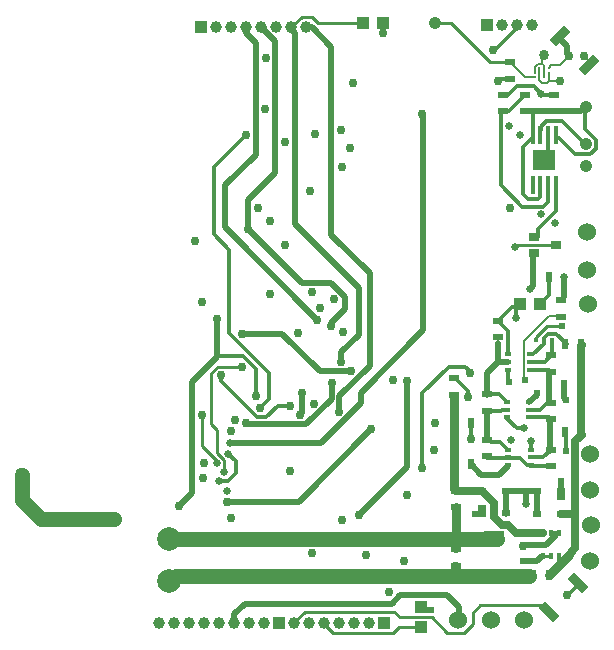
<source format=gtl>
%FSLAX25Y25*%
%MOIN*%
G70*
G01*
G75*
G04 Layer_Physical_Order=1*
G04 Layer_Color=255*
%ADD10C,0.00866*%
%ADD11R,0.07087X0.03937*%
G04:AMPARAMS|DCode=12|XSize=31.5mil|YSize=66.93mil|CornerRadius=0mil|HoleSize=0mil|Usage=FLASHONLY|Rotation=45.000|XOffset=0mil|YOffset=0mil|HoleType=Round|Shape=Rectangle|*
%AMROTATEDRECTD12*
4,1,4,0.01253,-0.03480,-0.03480,0.01253,-0.01253,0.03480,0.03480,-0.01253,0.01253,-0.03480,0.0*
%
%ADD12ROTATEDRECTD12*%

%ADD13R,0.01654X0.02362*%
%ADD14R,0.03543X0.02756*%
%ADD15R,0.02756X0.02362*%
%ADD16R,0.02756X0.03937*%
%ADD17R,0.07402X0.06614*%
%ADD18O,0.01575X0.06299*%
%ADD19R,0.04331X0.03937*%
%ADD20R,0.01575X0.01575*%
%ADD21R,0.02362X0.01654*%
G04:AMPARAMS|DCode=22|XSize=31.5mil|YSize=66.93mil|CornerRadius=0mil|HoleSize=0mil|Usage=FLASHONLY|Rotation=135.000|XOffset=0mil|YOffset=0mil|HoleType=Round|Shape=Rectangle|*
%AMROTATEDRECTD22*
4,1,4,0.03480,0.01253,-0.01253,-0.03480,-0.03480,-0.01253,0.01253,0.03480,0.03480,0.01253,0.0*
%
%ADD22ROTATEDRECTD22*%

%ADD23R,0.03543X0.02362*%
%ADD24R,0.02362X0.03543*%
%ADD25R,0.03937X0.04331*%
%ADD26C,0.02000*%
%ADD27C,0.01200*%
%ADD28C,0.01000*%
%ADD29C,0.02500*%
%ADD30C,0.05000*%
%ADD31C,0.00800*%
%ADD32C,0.03000*%
%ADD33C,0.01500*%
%ADD34C,0.04200*%
%ADD35C,0.06000*%
%ADD36C,0.07874*%
%ADD37C,0.03937*%
%ADD38R,0.03937X0.03937*%
%ADD39C,0.02600*%
%ADD40C,0.03000*%
%ADD41C,0.02400*%
%ADD42C,0.03400*%
%ADD43C,0.05000*%
D10*
X315362Y186425D02*
D03*
X313787D02*
D03*
X312213D02*
D03*
X310638D02*
D03*
X315362Y188000D02*
D03*
X313787D02*
D03*
X312213D02*
D03*
X310638D02*
D03*
X315362Y189575D02*
D03*
X313787D02*
D03*
X312213D02*
D03*
X310638D02*
D03*
D11*
X296949Y33150D02*
D03*
Y19803D02*
D03*
D12*
X325008Y17823D02*
D03*
X315543Y8358D02*
D03*
D13*
X313583Y27022D02*
D03*
X316142D02*
D03*
X318701D02*
D03*
X313583Y34503D02*
D03*
X316142D02*
D03*
X318701D02*
D03*
D14*
X317873Y130610D02*
D03*
X310393Y128051D02*
D03*
Y133169D02*
D03*
D15*
X300937Y48622D02*
D03*
X293063D02*
D03*
X300937Y41142D02*
D03*
X311516Y40945D02*
D03*
X319390D02*
D03*
X311516Y48425D02*
D03*
D16*
X293063Y41929D02*
D03*
X319390Y47638D02*
D03*
D17*
X313787Y159000D02*
D03*
D18*
X317626Y167366D02*
D03*
X315067D02*
D03*
X312508D02*
D03*
X309949D02*
D03*
X317626Y150634D02*
D03*
X315067D02*
D03*
X312508D02*
D03*
X309949D02*
D03*
D19*
X312347Y110806D02*
D03*
X305654D02*
D03*
X260138Y204724D02*
D03*
X253445D02*
D03*
D20*
X316437Y98819D02*
D03*
X310925D02*
D03*
D21*
X309252Y89075D02*
D03*
Y91634D02*
D03*
Y94193D02*
D03*
X301772Y89075D02*
D03*
Y91634D02*
D03*
Y94193D02*
D03*
X308858Y73130D02*
D03*
Y75689D02*
D03*
Y78248D02*
D03*
X301378Y73130D02*
D03*
Y75689D02*
D03*
Y78248D02*
D03*
X309350Y57284D02*
D03*
Y59842D02*
D03*
Y62402D02*
D03*
X301870Y57284D02*
D03*
Y59842D02*
D03*
Y62402D02*
D03*
D22*
X328650Y190641D02*
D03*
X319185Y200107D02*
D03*
D23*
X307472Y180756D02*
D03*
Y175244D02*
D03*
X284350Y29256D02*
D03*
Y23744D02*
D03*
Y48622D02*
D03*
Y43110D02*
D03*
X294882Y65650D02*
D03*
Y60138D02*
D03*
Y75295D02*
D03*
Y80807D02*
D03*
X298483Y105315D02*
D03*
Y99803D02*
D03*
X283760Y80744D02*
D03*
Y86256D02*
D03*
X316043Y62303D02*
D03*
Y56791D02*
D03*
X316142Y72539D02*
D03*
Y78051D02*
D03*
Y93799D02*
D03*
Y88287D02*
D03*
X302362Y191535D02*
D03*
Y186024D02*
D03*
X300000Y180756D02*
D03*
Y175244D02*
D03*
X319390Y112256D02*
D03*
Y106744D02*
D03*
X317000Y180756D02*
D03*
Y175244D02*
D03*
D24*
X309941Y20669D02*
D03*
X315453D02*
D03*
X320768Y68209D02*
D03*
X326279D02*
D03*
X326075Y83760D02*
D03*
X320563D02*
D03*
X320744Y97500D02*
D03*
X326256D02*
D03*
X283760Y57480D02*
D03*
X289272D02*
D03*
X289272Y71260D02*
D03*
X283760D02*
D03*
X309947Y120000D02*
D03*
X315459D02*
D03*
D25*
X272638Y3248D02*
D03*
Y9941D02*
D03*
D26*
X309947Y120000D02*
Y127606D01*
Y117008D02*
Y120000D01*
X309009Y116069D02*
X309947Y117008D01*
Y127606D02*
X310393Y128051D01*
X310000Y175244D02*
X317000D01*
X307472D02*
X310000D01*
X209176Y64500D02*
X239263D01*
X226446Y101000D02*
X238946Y88500D01*
X213000Y101000D02*
X226446D01*
X273579Y9000D02*
X276000D01*
X272638Y9941D02*
X273579Y9000D01*
X219409Y203155D02*
X224100Y198464D01*
X215000Y145609D02*
X224100Y154709D01*
Y198464D01*
X217652Y160652D02*
Y197938D01*
X214409Y201181D02*
X217652Y197938D01*
X207500Y150500D02*
X217652Y160652D01*
X263000Y11000D02*
X265806Y13806D01*
X207500Y136463D02*
X238254Y105709D01*
X207500Y136463D02*
Y150500D01*
X214409Y201181D02*
Y203201D01*
X219409D02*
Y203248D01*
Y203155D02*
Y203201D01*
X232951Y117864D02*
X242918D01*
X215000Y135815D02*
X232951Y117864D01*
X215000Y135815D02*
Y145609D01*
X242913Y103740D02*
Y104738D01*
X247501Y109326D01*
Y113281D01*
X242918Y117864D02*
X247501Y113281D01*
X314415Y30501D02*
X317773Y33858D01*
X273524Y102181D02*
Y174028D01*
X252600Y81257D02*
X273524Y102181D01*
X252600Y77837D02*
Y81257D01*
X320563Y79437D02*
X321063Y78937D01*
X205500Y52000D02*
X205597Y51903D01*
X229410Y202382D02*
X230600Y201191D01*
Y137500D02*
Y201191D01*
Y137500D02*
X252000Y116100D01*
X229410Y202382D02*
Y203201D01*
X238946Y88500D02*
X244813D01*
X252000Y100623D02*
Y116100D01*
X246161Y94784D02*
X252000Y100623D01*
X246161Y91535D02*
Y94784D01*
X255645Y90261D02*
Y121275D01*
X245579Y80195D02*
X255645Y90261D01*
X234409Y203201D02*
X236409D01*
X242900Y196711D01*
Y134020D02*
Y196711D01*
Y134020D02*
X255645Y121275D01*
X245579Y75200D02*
Y80195D01*
X245281Y74902D02*
X245579Y75200D01*
X268000Y56500D02*
Y85182D01*
X252000Y40500D02*
X268000Y56500D01*
X307075Y30501D02*
X314415D01*
X311376Y25098D02*
X313246Y26969D01*
X306890Y25098D02*
X311376D01*
X300937Y48425D02*
X307579D01*
X300937Y40945D02*
Y48425D01*
X290748Y41043D02*
X292177D01*
X293063Y41929D01*
X244813Y88500D02*
X244877Y88435D01*
X249435D01*
X249500Y88500D01*
X208000Y45000D02*
X232008D01*
X256102Y69095D01*
X215057Y70817D02*
X234511D01*
X214557Y71317D02*
X215057Y70817D01*
X234511D02*
X242979Y79285D01*
Y84449D01*
X239263Y64500D02*
X252600Y77837D01*
X298919Y53939D02*
X301772Y56791D01*
X292813Y53939D02*
X298919D01*
X283858Y71063D02*
Y79528D01*
X196358Y47933D02*
Y85056D01*
X315453Y77953D02*
Y87598D01*
X298425Y91535D02*
Y98081D01*
X298483Y91593D02*
X301772D01*
X294685Y87795D02*
X298483Y91593D01*
X294685Y80512D02*
Y87795D01*
X283858Y79528D02*
X283957Y79626D01*
X311516Y40945D02*
Y48425D01*
X320563Y79437D02*
Y83760D01*
X319390Y47638D02*
Y51968D01*
X315748Y62008D02*
Y72146D01*
X294685Y66339D02*
Y73819D01*
X307677Y44219D02*
Y48327D01*
X307579Y48425D02*
X307677Y48327D01*
X307579Y48425D02*
X311516D01*
X285531Y7087D02*
Y9843D01*
X306791Y30217D02*
X307075Y30501D01*
X260138Y201204D02*
Y204724D01*
Y201204D02*
X260151Y201191D01*
X204626Y93324D02*
Y93701D01*
Y105905D01*
X192028Y43602D02*
X196358Y47933D01*
Y85056D02*
X204626Y93324D01*
X289272Y57480D02*
X292813Y53939D01*
X311319Y80709D02*
Y81201D01*
X308858Y78248D02*
X311319Y80709D01*
X319783Y112386D02*
X320563Y113165D01*
Y119801D01*
X265806Y13806D02*
X281568D01*
X285531Y9843D01*
X232480Y73917D02*
X233071Y74508D01*
Y81201D01*
X317000Y175244D02*
X326031D01*
X327461Y176673D01*
X319185Y199272D02*
Y200107D01*
Y199272D02*
X321457Y197000D01*
Y194137D02*
Y197000D01*
Y194137D02*
X322094Y193500D01*
X210512Y7512D02*
X214000Y11000D01*
X210512Y4534D02*
Y7512D01*
X214000Y11000D02*
X263000D01*
D27*
X312347Y110000D02*
Y111790D01*
X315459Y113919D02*
Y120000D01*
X312347Y110806D02*
X315459Y113919D01*
X299500Y150500D02*
X306582Y143418D01*
X299500Y150500D02*
Y175244D01*
X312303Y146681D02*
Y149634D01*
X302559Y142913D02*
X302835Y143190D01*
X306791Y147681D02*
Y163413D01*
X311622Y133169D02*
Y135933D01*
X317626Y141937D01*
X313787Y159000D02*
X315067Y160280D01*
Y167366D01*
X317626Y141937D02*
Y150634D01*
X315067Y145067D02*
Y150634D01*
X313418Y143418D02*
X315067Y145067D01*
X306582Y143418D02*
X313418D01*
X309949Y175193D02*
X310000Y175244D01*
X309949Y167366D02*
Y175193D01*
X319732Y172000D02*
X327461Y164272D01*
X314528Y172000D02*
X319732D01*
X312608Y170080D02*
X314528Y172000D01*
X312608Y168939D02*
Y170080D01*
X304810Y183642D02*
X310357D01*
X301924Y180756D02*
X304810Y183642D01*
X300000Y180756D02*
X301924D01*
X310357Y183642D02*
X313244Y180756D01*
X317000D01*
X306791Y163413D02*
X309744Y166366D01*
X299051Y186024D02*
X302362D01*
X298425Y185398D02*
X299051Y186024D01*
X208500Y61000D02*
X211000Y58500D01*
X208837Y101163D02*
X222000Y88000D01*
X208837Y101163D02*
Y128986D01*
X222000Y79239D02*
Y88000D01*
X217815Y80216D02*
Y89185D01*
X213299Y93701D02*
X217815Y89185D01*
X204626Y93701D02*
X213299D01*
X203599Y134224D02*
X208837Y128986D01*
X203599Y156454D02*
X214469Y167323D01*
X203599Y134224D02*
Y156454D01*
X219054Y76294D02*
X222000Y79239D01*
X316142Y34503D02*
X318701D01*
X205597Y51903D02*
X208424D01*
X211000Y54479D01*
Y58500D01*
X287461Y90000D02*
X289000Y88461D01*
X281961Y90000D02*
X287461D01*
X273130Y81169D02*
X281961Y90000D01*
X318701Y23917D02*
Y27022D01*
X218221Y73130D02*
X221130D01*
X206004Y85347D02*
X218221Y73130D01*
X206004Y85347D02*
Y87106D01*
X224969Y76968D02*
X228937D01*
X221130Y73130D02*
X224969Y76968D01*
X301181Y72933D02*
X304626Y69488D01*
X298483Y105315D02*
X301772Y102026D01*
Y94193D02*
Y102026D01*
X315354Y89075D02*
X316142Y88287D01*
X309252Y89075D02*
X315354D01*
X315232Y100886D02*
X317913D01*
X316142Y93799D02*
X316437Y94095D01*
Y98819D01*
X309252Y94193D02*
X310236D01*
X317913Y100886D02*
X321260Y97539D01*
X313976Y91634D02*
X316142Y93799D01*
X309252Y91634D02*
X313976D01*
X309350Y62402D02*
Y65354D01*
X304626Y69488D02*
X307087D01*
X283169Y86417D02*
X283957D01*
X294685Y59547D02*
X305906D01*
X308169Y57284D01*
X289412Y65847D02*
Y70515D01*
X289469Y70571D01*
X320768Y68209D02*
X320957Y68020D01*
Y62000D02*
Y68020D01*
X315748Y62008D02*
X316043Y62303D01*
X313583Y59842D02*
X315748Y62008D01*
X309350Y59842D02*
X313583D01*
X315551Y73130D02*
X316142Y72539D01*
X308858Y73130D02*
X315551D01*
X315551Y77461D02*
X316142Y78051D01*
X314272Y77461D02*
X315551D01*
X312500Y75689D02*
X314272Y77461D01*
X308858Y75689D02*
X312500D01*
X299803D02*
X301378D01*
X299410Y75295D02*
X299803Y75689D01*
X294882Y75295D02*
X299410D01*
X298819Y80807D02*
X301378Y78248D01*
X294882Y80807D02*
X298819D01*
X295965Y65059D02*
X299016D01*
X308169Y57284D02*
X309719Y57087D01*
X299016Y65059D02*
X301673Y62402D01*
X309719Y57087D02*
X314469D01*
X289000Y88000D02*
Y88461D01*
X283957Y86417D02*
X288389Y81985D01*
Y79864D02*
Y81985D01*
X301772Y85228D02*
X302000Y85000D01*
X301772Y85228D02*
Y89075D01*
X298483Y105315D02*
X303168Y110000D01*
X304847D01*
X305654Y110806D01*
X273130Y56398D02*
Y81169D01*
X304500Y106254D02*
Y109055D01*
X313365Y34503D02*
X313583D01*
X310236Y94193D02*
X313787Y97744D01*
Y99441D01*
X315232Y100886D01*
X330928Y162737D02*
Y165639D01*
X329162Y160972D02*
X330928Y162737D01*
X324028Y160972D02*
X329162D01*
X318634Y166366D02*
X324028Y160972D01*
X317626Y166366D02*
X318634D01*
X306791Y147681D02*
X308472Y146000D01*
X311622D01*
X312303Y146681D01*
X301961Y175244D02*
X307472Y180756D01*
X299500Y175244D02*
X301961D01*
X327461Y169106D02*
X330928Y165639D01*
X327461Y169106D02*
Y176673D01*
D28*
X304787Y130610D02*
X317873D01*
X304000Y129823D02*
X304787Y130610D01*
X263267Y1255D02*
X265260Y3248D01*
X243391Y1255D02*
X263267D01*
X240512Y4134D02*
X243391Y1255D01*
X238470Y204724D02*
X253445D01*
X236471Y206723D02*
X238470Y204724D01*
X232931Y206723D02*
X236471D01*
X229410Y203201D02*
X232931Y206723D01*
X205079Y90000D02*
X213000D01*
X202854Y87775D02*
X205079Y90000D01*
X204823Y57776D02*
Y58661D01*
Y61170D02*
Y69032D01*
Y61170D02*
X207223Y58770D01*
X199902Y63583D02*
X204823Y58661D01*
X207223Y54803D02*
Y58770D01*
X265636Y6513D02*
X276316D01*
X263792Y8358D02*
X265636Y6513D01*
X233933Y8358D02*
X263792D01*
X230512Y4936D02*
X233933Y8358D01*
X321457Y14000D02*
X324457Y17000D01*
X202854Y71000D02*
X204823Y69032D01*
X292500Y10500D02*
X313401D01*
X290000Y8000D02*
X292500Y10500D01*
X290000Y4226D02*
Y8000D01*
X313401Y10500D02*
X315543Y8358D01*
X281575Y1255D02*
X287029D01*
X276316Y6513D02*
X281575Y1255D01*
X230512Y4134D02*
Y4936D01*
X287029Y1255D02*
X290000Y4226D01*
X313583Y27022D02*
X316142D01*
X304784Y203839D02*
X305444D01*
X310925Y98819D02*
Y99803D01*
X314764Y103642D01*
X319783D01*
X324185Y17000D02*
X324457D01*
X324185D02*
X325008Y17823D01*
X296819Y195579D02*
X297184D01*
X305444Y203839D01*
X265260Y3248D02*
X272638D01*
X199902Y63583D02*
Y73819D01*
X202854Y71000D02*
Y87775D01*
X295849Y191535D02*
X302362D01*
X282759Y204626D02*
X295849Y191535D01*
X277362Y204626D02*
X282759D01*
D29*
X284350Y48622D02*
X293063D01*
Y48425D02*
X297000Y44488D01*
Y39903D02*
Y44488D01*
Y39903D02*
X299600Y37303D01*
X301671D01*
X304472Y34503D01*
X284155Y20105D02*
Y23548D01*
X304472Y34503D02*
X313365D01*
X324214Y65237D02*
X326279Y67303D01*
X324214Y29430D02*
Y65237D01*
X322068Y27284D02*
X324214Y29430D01*
X326256Y68209D02*
X326279Y67303D01*
X283760Y49213D02*
X284350Y48622D01*
Y29256D02*
Y32661D01*
X284155Y23548D02*
X284350Y23744D01*
X319390Y40945D02*
X323708D01*
X326256Y97047D02*
X326279Y97244D01*
X326256Y68209D02*
Y97047D01*
D30*
X191105Y20105D02*
X284155D01*
X189520Y18520D02*
X191105Y20105D01*
X188878Y32661D02*
X284350D01*
X298000D01*
X284155Y20105D02*
X308695D01*
X139803Y45606D02*
X145994Y39416D01*
X170391D01*
X188878Y18520D02*
X189520D01*
X139803Y45606D02*
Y53835D01*
D31*
X316254Y190467D02*
X319000D01*
X322033Y193500D02*
X322094D01*
X319000Y190467D02*
X322033Y193500D01*
X320169Y200107D02*
Y200796D01*
X313246Y193459D02*
X313787Y194000D01*
X313246Y191008D02*
Y193459D01*
X315362Y189575D02*
X316254Y190467D01*
X307472Y186425D02*
X310638D01*
Y189575D02*
Y190027D01*
Y188000D02*
Y189575D01*
Y190027D02*
X311619Y191008D01*
X313246D01*
X313787Y190467D01*
Y189575D02*
Y190467D01*
Y188000D02*
Y189575D01*
Y186425D02*
Y188000D01*
X312213D02*
Y189575D01*
Y186425D02*
Y188000D01*
Y185531D02*
Y186425D01*
X302362Y191535D02*
X307472Y186425D01*
X328650Y190641D02*
Y191850D01*
X327000Y193500D02*
X328650Y191850D01*
X306971Y85746D02*
X307283Y85433D01*
X306971Y85746D02*
Y98518D01*
X315327Y106874D01*
X319783D01*
X312213Y185531D02*
X313000Y184744D01*
X315362Y185398D02*
X318996D01*
X313000Y184744D02*
X314708D01*
X315362Y185398D01*
Y186425D01*
Y188000D01*
D32*
X318701Y23917D02*
X322068Y27284D01*
X315460Y20669D02*
X318701Y23910D01*
Y23917D01*
X283760Y57480D02*
Y79528D01*
Y49213D02*
Y57480D01*
X284350Y32661D02*
Y43110D01*
D33*
X309784Y203839D02*
X310039Y203583D01*
X326256Y97047D02*
X326772Y97539D01*
D34*
X327628Y176673D02*
D03*
Y164272D02*
D03*
X327628Y157000D02*
D03*
X277362Y204626D02*
D03*
D35*
X329213Y48917D02*
D03*
X328248Y122343D02*
D03*
X329213Y61000D02*
D03*
X328150Y135039D02*
D03*
X296000Y5640D02*
D03*
X285000D02*
D03*
X307087Y5512D02*
D03*
X328420Y110806D02*
D03*
X329331Y37303D02*
D03*
X329213Y25197D02*
D03*
D36*
X188878Y32661D02*
D03*
Y18520D02*
D03*
D37*
X185512Y4534D02*
D03*
X190512D02*
D03*
X195512D02*
D03*
X200512D02*
D03*
X205512D02*
D03*
X210512D02*
D03*
X215512D02*
D03*
X220512D02*
D03*
X204409Y203201D02*
D03*
X209409D02*
D03*
X214409D02*
D03*
X219409D02*
D03*
X224410D02*
D03*
X229410D02*
D03*
X234409D02*
D03*
X230512Y4534D02*
D03*
X235512D02*
D03*
X240512D02*
D03*
X245512D02*
D03*
X250512D02*
D03*
X255512D02*
D03*
X309784Y203839D02*
D03*
X304784D02*
D03*
X299783D02*
D03*
D38*
X225512Y4534D02*
D03*
X199409Y203201D02*
D03*
X260512Y4534D02*
D03*
X294783Y203839D02*
D03*
D39*
X315953Y159000D02*
D03*
X311622D02*
D03*
X309009Y116069D02*
D03*
X302000Y170172D02*
D03*
X305673Y167323D02*
D03*
X304000Y129823D02*
D03*
X317421Y138000D02*
D03*
X204823Y57776D02*
D03*
X208500Y61000D02*
D03*
X209176Y64500D02*
D03*
X207223Y54803D02*
D03*
X205500Y52000D02*
D03*
X312703Y181000D02*
D03*
X208045Y48500D02*
D03*
X312795Y140847D02*
D03*
X309350Y65354D02*
D03*
X307087Y69488D02*
D03*
X307677Y44219D02*
D03*
X302658Y65453D02*
D03*
X320563Y119801D02*
D03*
X304500Y106254D02*
D03*
D40*
X302559Y142913D02*
D03*
X298425Y185398D02*
D03*
X213000Y101000D02*
D03*
X215000Y135815D02*
D03*
X213000Y90000D02*
D03*
X221000Y193000D02*
D03*
X214469Y167323D02*
D03*
X218590Y143000D02*
D03*
X321457Y14000D02*
D03*
X267000Y25197D02*
D03*
X220752Y176000D02*
D03*
X235906Y148622D02*
D03*
X236500Y114764D02*
D03*
X263500Y85500D02*
D03*
X268000Y85182D02*
D03*
X318996Y185398D02*
D03*
X214557Y71317D02*
D03*
X210827Y72146D02*
D03*
X209500Y68500D02*
D03*
X200000Y53000D02*
D03*
X254429Y27165D02*
D03*
X245281Y74902D02*
D03*
X322094Y193500D02*
D03*
X208000Y45000D02*
D03*
X209500Y39567D02*
D03*
X236500Y28000D02*
D03*
X227264Y130610D02*
D03*
X289412Y65847D02*
D03*
X306791Y30217D02*
D03*
X273130Y56398D02*
D03*
X222342Y114272D02*
D03*
X228937Y76968D02*
D03*
X256102Y69095D02*
D03*
X276969Y62303D02*
D03*
X277264Y71161D02*
D03*
X206004Y87106D02*
D03*
X204626Y105905D02*
D03*
X217815Y80216D02*
D03*
X238254Y105709D02*
D03*
X246752Y101575D02*
D03*
X242913Y103740D02*
D03*
X246161Y91535D02*
D03*
X260151Y201191D02*
D03*
X192028Y43602D02*
D03*
X231791Y101181D02*
D03*
X250098Y184744D02*
D03*
X246555Y38878D02*
D03*
X200492Y57973D02*
D03*
X197441Y131791D02*
D03*
X262000Y15000D02*
D03*
X199902Y111500D02*
D03*
X222358Y138500D02*
D03*
X219054Y76294D02*
D03*
X327000Y193500D02*
D03*
X289000Y88000D02*
D03*
X288389Y79864D02*
D03*
X252000Y40500D02*
D03*
X296819Y195579D02*
D03*
X246000Y169000D02*
D03*
X249000Y163000D02*
D03*
X237281Y167640D02*
D03*
X227500Y165000D02*
D03*
X243898Y112500D02*
D03*
X199902Y73819D02*
D03*
X242979Y84449D02*
D03*
X268000Y47343D02*
D03*
X249500Y88500D02*
D03*
X273139Y174303D02*
D03*
X239000Y109500D02*
D03*
X232480Y73917D02*
D03*
X233071Y81201D02*
D03*
X237000Y77690D02*
D03*
X246467Y156595D02*
D03*
X229000Y55094D02*
D03*
D41*
X321063Y78937D02*
D03*
X290748Y41043D02*
D03*
X307283Y85433D02*
D03*
X306890Y25098D02*
D03*
X320957Y62000D02*
D03*
X319783Y103642D02*
D03*
X319390Y51968D02*
D03*
X302000Y85000D02*
D03*
X311319Y81201D02*
D03*
X276000Y9000D02*
D03*
D42*
X313787Y194000D02*
D03*
D43*
X170391Y39416D02*
D03*
X139803Y45606D02*
D03*
Y53835D02*
D03*
M02*

</source>
